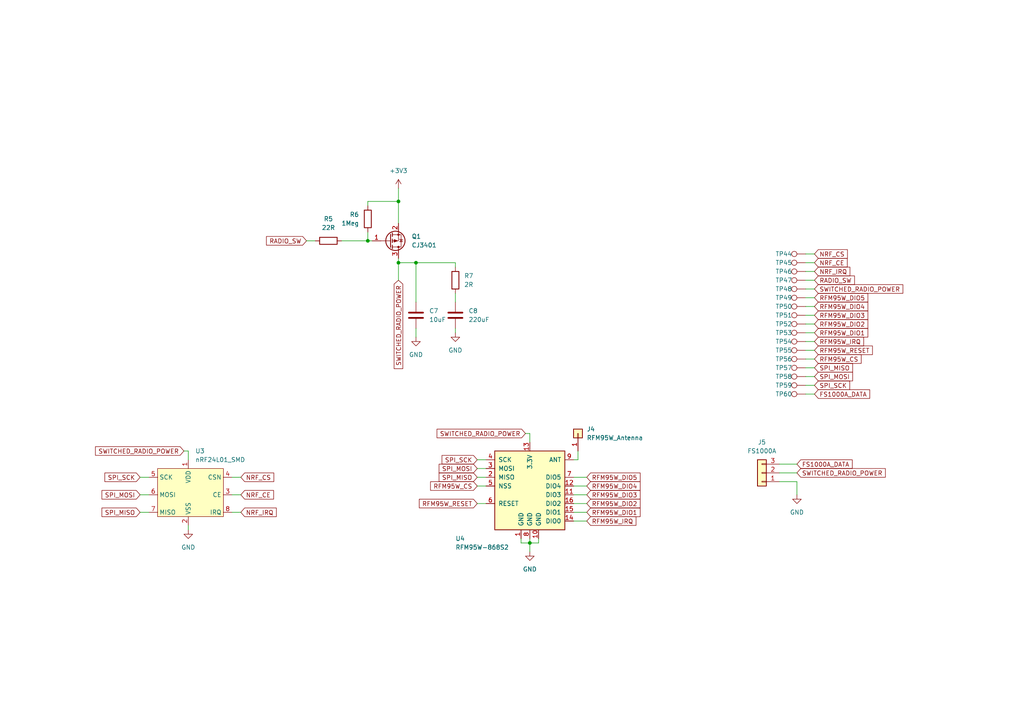
<source format=kicad_sch>
(kicad_sch (version 20230121) (generator eeschema)
  (paper "A4")
  (lib_symbols
    (symbol "Connector:TestPoint" (pin_numbers hide) (pin_names (offset 0.762) hide)
      (property "Reference" "TP" (at 0 6.858 0))
      (property "Value" "TestPoint" (at 0 5.08 0))
      (symbol "TestPoint_0_1"
        (circle (center 0 3.302) (radius 0.762))
      )
      (symbol "TestPoint_1_1"
        (pin passive line (at 0 0 90) (length 2.54) (name "1") (number "1"))
      )
    )
    (symbol "Connector_Generic:Conn_01x01" (pin_names (offset 1.016) hide)
      (property "Reference" "J" (at 0 2.54 0))
      (property "Value" "Conn_01x01" (at 0 -2.54 0))
      (symbol "Conn_01x01_1_1"
        (rectangle (start -1.27 0.127) (end 0 -0.127) (stroke (width 0.1524)))
        (rectangle (start -1.27 1.27) (end 1.27 -1.27) (stroke (width 0.254)) (fill (type background)))
        (pin passive line (at -5.08 0 0) (length 3.81) (name "Pin_1") (number "1"))
      )
    )
    (symbol "Connector_Generic:Conn_01x03" (pin_names (offset 1.016) hide)
      (property "Reference" "J" (at 0 5.08 0))
      (property "Value" "Conn_01x03" (at 0 -5.08 0))
      (symbol "Conn_01x03_1_1"
        (rectangle (start -1.27 -2.413) (end 0 -2.667) (stroke (width 0.1524)))
        (rectangle (start -1.27 0.127) (end 0 -0.127) (stroke (width 0.1524)))
        (rectangle (start -1.27 2.667) (end 0 2.413) (stroke (width 0.1524)))
        (rectangle (start -1.27 3.81) (end 1.27 -3.81) (stroke (width 0.254)) (fill (type background)))
        (pin passive line (at -5.08 2.54 0) (length 3.81) (name "Pin_1") (number "1"))
        (pin passive line (at -5.08 0 0) (length 3.81) (name "Pin_2") (number "2"))
        (pin passive line (at -5.08 -2.54 0) (length 3.81) (name "Pin_3") (number "3"))
      )
    )
    (symbol "Device:C" (pin_numbers hide) (pin_names (offset 0.254))
      (property "Reference" "C" (at 0.635 2.54 0))
      (property "Value" "C" (at 0.635 -2.54 0))
      (symbol "C_0_1"
        (polyline (pts (xy -2.032 -0.762) (xy 2.032 -0.762)) (stroke (width 0.508)))
        (polyline (pts (xy -2.032 0.762) (xy 2.032 0.762)) (stroke (width 0.508)))
      )
      (symbol "C_1_1"
        (pin passive line (at 0 3.81 270) (length 2.794) (name "~") (number "1"))
        (pin passive line (at 0 -3.81 90) (length 2.794) (name "~") (number "2"))
      )
    )
    (symbol "Device:Q_PMOS_GSD" (pin_names (offset 0) hide)
      (property "Reference" "Q" (at 5.08 1.27 0))
      (property "Value" "Q_PMOS_GSD" (at 5.08 -1.27 0))
      (symbol "Q_PMOS_GSD_0_1"
        (polyline (pts (xy 0.254 0) (xy -2.54 0)))
        (polyline (pts (xy 0.254 1.905) (xy 0.254 -1.905)) (stroke (width 0.254)))
        (polyline (pts (xy 0.762 -1.27) (xy 0.762 -2.286)) (stroke (width 0.254)))
        (polyline (pts (xy 0.762 0.508) (xy 0.762 -0.508)) (stroke (width 0.254)))
        (polyline (pts (xy 0.762 2.286) (xy 0.762 1.27)) (stroke (width 0.254)))
        (polyline (pts (xy 2.54 2.54) (xy 2.54 1.778)))
        (polyline (pts (xy 2.54 -2.54) (xy 2.54 0) (xy 0.762 0)))
        (polyline (pts (xy 0.762 1.778) (xy 3.302 1.778) (xy 3.302 -1.778) (xy 0.762 -1.778)))
        (polyline (pts (xy 2.286 0) (xy 1.27 0.381) (xy 1.27 -0.381) (xy 2.286 0)) (fill (type outline)))
        (polyline (pts (xy 2.794 -0.508) (xy 2.921 -0.381) (xy 3.683 -0.381) (xy 3.81 -0.254)))
        (polyline (pts (xy 3.302 -0.381) (xy 2.921 0.254) (xy 3.683 0.254) (xy 3.302 -0.381)))
        (circle (center 1.651 0) (radius 2.794) (stroke (width 0.254)))
        (circle (center 2.54 -1.778) (radius 0.254) (fill (type outline)))
        (circle (center 2.54 1.778) (radius 0.254) (fill (type outline)))
      )
      (symbol "Q_PMOS_GSD_1_1"
        (pin input line (at -5.08 0 0) (length 2.54) (name "G") (number "1"))
        (pin passive line (at 2.54 -5.08 90) (length 2.54) (name "S") (number "2"))
        (pin passive line (at 2.54 5.08 270) (length 2.54) (name "D") (number "3"))
      )
    )
    (symbol "Device:R" (pin_numbers hide) (pin_names (offset 0))
      (property "Reference" "R" (at 2.032 0 90))
      (property "Value" "R" (at 0 0 90))
      (symbol "R_0_1"
        (rectangle (start -1.016 -2.54) (end 1.016 2.54) (stroke (width 0.254)))
      )
      (symbol "R_1_1"
        (pin passive line (at 0 3.81 270) (length 1.27) (name "~") (number "1"))
        (pin passive line (at 0 -3.81 90) (length 1.27) (name "~") (number "2"))
      )
    )
    (symbol "RF_Module:RFM95W-868S2" (pin_names (offset 1.016))
      (property "Reference" "U" (at -10.414 11.684 0))
      (property "Value" "RFM95W-868S2" (at 1.524 11.43 0))
      (symbol "RFM95W-868S2_0_1"
        (rectangle (start -10.16 10.16) (end 10.16 -12.7) (stroke (width 0.254)) (fill (type background)))
      )
      (symbol "RFM95W-868S2_1_1"
        (pin power_in line (at -2.54 -15.24 90) (length 2.54) (name "GND") (number "1"))
        (pin power_in line (at 2.54 -15.24 90) (length 2.54) (name "GND") (number "10"))
        (pin bidirectional line (at 12.7 -2.54 180) (length 2.54) (name "DIO3") (number "11"))
        (pin bidirectional line (at 12.7 0 180) (length 2.54) (name "DIO4") (number "12"))
        (pin power_in line (at 0 12.7 270) (length 2.54) (name "3.3V") (number "13"))
        (pin bidirectional line (at 12.7 -10.16 180) (length 2.54) (name "DIO0") (number "14"))
        (pin bidirectional line (at 12.7 -7.62 180) (length 2.54) (name "DIO1") (number "15"))
        (pin bidirectional line (at 12.7 -5.08 180) (length 2.54) (name "DIO2") (number "16"))
        (pin output line (at -12.7 2.54 0) (length 2.54) (name "MISO") (number "2"))
        (pin input line (at -12.7 5.08 0) (length 2.54) (name "MOSI") (number "3"))
        (pin input line (at -12.7 7.62 0) (length 2.54) (name "SCK") (number "4"))
        (pin input line (at -12.7 0 0) (length 2.54) (name "NSS") (number "5"))
        (pin bidirectional line (at -12.7 -5.08 0) (length 2.54) (name "RESET") (number "6"))
        (pin bidirectional line (at 12.7 2.54 180) (length 2.54) (name "DIO5") (number "7"))
        (pin power_in line (at 0 -15.24 90) (length 2.54) (name "GND") (number "8"))
        (pin bidirectional line (at 12.7 7.62 180) (length 2.54) (name "ANT") (number "9"))
      )
    )
    (symbol "nrf24l01_smd:nRF24L01_SMD"
      (property "Reference" "U" (at 0 20.32 0))
      (property "Value" "nRF24L01_SMD" (at 0 17.78 0))
      (symbol "nRF24L01_SMD_0_1"
        (rectangle (start -8.89 7.62) (end 10.16 -6.35) (fill (type background)))
      )
      (symbol "nRF24L01_SMD_1_1"
        (pin input line (at 0 10.16 270) (length 2.54) (name "VDD") (number "1"))
        (pin input line (at 0 -8.89 90) (length 2.54) (name "VSS") (number "2"))
        (pin input line (at 12.7 0 180) (length 2.54) (name "CE") (number "3"))
        (pin input line (at 12.7 5.08 180) (length 2.54) (name "CSN") (number "4"))
        (pin input line (at -11.43 5.08 0) (length 2.54) (name "SCK") (number "5"))
        (pin input line (at -11.43 0 0) (length 2.54) (name "MOSI") (number "6"))
        (pin input line (at -11.43 -5.08 0) (length 2.54) (name "MISO") (number "7"))
        (pin input line (at 12.7 -5.08 180) (length 2.54) (name "IRQ") (number "8"))
      )
    )
    (symbol "power:+3V3" (power) (pin_names (offset 0))
      (property "Value" "+3V3" (at 0 3.556 0))
      (symbol "+3V3_0_1"
        (polyline (pts (xy -0.762 1.27) (xy 0 2.54)))
        (polyline (pts (xy 0 0) (xy 0 2.54)))
        (polyline (pts (xy 0 2.54) (xy 0.762 1.27)))
      )
      (symbol "+3V3_1_1"
        (pin power_in line (at 0 0 90) (length 0) hide (name "+3V3") (number "1"))
      )
    )
    (symbol "power:GND" (power) (pin_names (offset 0))
      (property "Value" "GND" (at 0 -3.81 0))
      (symbol "GND_0_1"
        (polyline (pts (xy 0 0) (xy 0 -1.27) (xy 1.27 -1.27) (xy 0 -2.54) (xy -1.27 -1.27) (xy 0 -1.27)))
      )
      (symbol "GND_1_1"
        (pin power_in line (at 0 0 270) (length 0) hide (name "GND") (number "1"))
      )
    )
  )
  (junction (at 153.67 157.48))
  (junction (at 115.57 76.2))
  (junction (at 106.68 69.85))
  (junction (at 115.57 58.42))
  (junction (at 120.65 76.2))
  (wire (pts (xy 115.57 54.61) (xy 115.57 58.42)))
  (wire (pts (xy 120.65 76.2) (xy 120.65 87.63)))
  (wire (pts (xy 166.37 143.51) (xy 170.18 143.51)))
  (wire (pts (xy 106.68 69.85) (xy 106.68 67.31)))
  (wire (pts (xy 153.67 157.48) (xy 153.67 160.02)))
  (wire (pts (xy 231.14 139.7) (xy 226.06 139.7)))
  (wire (pts (xy 233.68 114.3) (xy 236.22 114.3)))
  (wire (pts (xy 233.68 91.44) (xy 236.22 91.44)))
  (wire (pts (xy 138.43 138.43) (xy 140.97 138.43)))
  (wire (pts (xy 153.67 125.73) (xy 153.67 128.27)))
  (wire (pts (xy 152.4 125.73) (xy 153.67 125.73)))
  (wire (pts (xy 233.68 101.6) (xy 236.22 101.6)))
  (wire (pts (xy 106.68 58.42) (xy 115.57 58.42)))
  (wire (pts (xy 69.85 148.59) (xy 67.31 148.59)))
  (wire (pts (xy 99.06 69.85) (xy 106.68 69.85)))
  (wire (pts (xy 53.34 130.81) (xy 54.61 130.81)))
  (wire (pts (xy 106.68 59.69) (xy 106.68 58.42)))
  (wire (pts (xy 231.14 143.51) (xy 231.14 139.7)))
  (wire (pts (xy 88.9 69.85) (xy 91.44 69.85)))
  (wire (pts (xy 166.37 140.97) (xy 170.18 140.97)))
  (wire (pts (xy 40.64 148.59) (xy 43.18 148.59)))
  (wire (pts (xy 233.68 83.82) (xy 236.22 83.82)))
  (wire (pts (xy 120.65 95.25) (xy 120.65 97.79)))
  (wire (pts (xy 69.85 138.43) (xy 67.31 138.43)))
  (wire (pts (xy 54.61 152.4) (xy 54.61 153.67)))
  (wire (pts (xy 120.65 76.2) (xy 115.57 76.2)))
  (wire (pts (xy 233.68 96.52) (xy 236.22 96.52)))
  (wire (pts (xy 132.08 95.25) (xy 132.08 96.52)))
  (wire (pts (xy 226.06 134.62) (xy 231.14 134.62)))
  (wire (pts (xy 132.08 77.47) (xy 132.08 76.2)))
  (wire (pts (xy 115.57 76.2) (xy 115.57 81.28)))
  (wire (pts (xy 115.57 58.42) (xy 115.57 64.77)))
  (wire (pts (xy 233.68 93.98) (xy 236.22 93.98)))
  (wire (pts (xy 138.43 140.97) (xy 140.97 140.97)))
  (wire (pts (xy 132.08 76.2) (xy 120.65 76.2)))
  (wire (pts (xy 166.37 148.59) (xy 170.18 148.59)))
  (wire (pts (xy 233.68 78.74) (xy 236.22 78.74)))
  (wire (pts (xy 54.61 130.81) (xy 54.61 133.35)))
  (wire (pts (xy 138.43 133.35) (xy 140.97 133.35)))
  (wire (pts (xy 166.37 133.35) (xy 167.64 133.35)))
  (wire (pts (xy 138.43 146.05) (xy 140.97 146.05)))
  (wire (pts (xy 233.68 111.76) (xy 236.22 111.76)))
  (wire (pts (xy 138.43 135.89) (xy 140.97 135.89)))
  (wire (pts (xy 132.08 85.09) (xy 132.08 87.63)))
  (wire (pts (xy 233.68 86.36) (xy 236.22 86.36)))
  (wire (pts (xy 233.68 104.14) (xy 236.22 104.14)))
  (wire (pts (xy 233.68 81.28) (xy 236.22 81.28)))
  (wire (pts (xy 151.13 156.21) (xy 151.13 157.48)))
  (wire (pts (xy 166.37 146.05) (xy 170.18 146.05)))
  (wire (pts (xy 40.64 143.51) (xy 43.18 143.51)))
  (wire (pts (xy 233.68 88.9) (xy 236.22 88.9)))
  (wire (pts (xy 69.85 143.51) (xy 67.31 143.51)))
  (wire (pts (xy 156.21 156.21) (xy 156.21 157.48)))
  (wire (pts (xy 233.68 99.06) (xy 236.22 99.06)))
  (wire (pts (xy 107.95 69.85) (xy 106.68 69.85)))
  (wire (pts (xy 40.64 138.43) (xy 43.18 138.43)))
  (wire (pts (xy 226.06 137.16) (xy 231.14 137.16)))
  (wire (pts (xy 166.37 151.13) (xy 170.18 151.13)))
  (wire (pts (xy 156.21 157.48) (xy 153.67 157.48)))
  (wire (pts (xy 233.68 73.66) (xy 236.22 73.66)))
  (wire (pts (xy 151.13 157.48) (xy 153.67 157.48)))
  (wire (pts (xy 115.57 74.93) (xy 115.57 76.2)))
  (wire (pts (xy 167.64 133.35) (xy 167.64 130.81)))
  (wire (pts (xy 233.68 109.22) (xy 236.22 109.22)))
  (wire (pts (xy 166.37 138.43) (xy 170.18 138.43)))
  (wire (pts (xy 153.67 156.21) (xy 153.67 157.48)))
  (wire (pts (xy 233.68 106.68) (xy 236.22 106.68)))
  (wire (pts (xy 233.68 76.2) (xy 236.22 76.2)))
  (global_label "SPI_MISO" (shape input) (at 40.64 148.59 180) (property "Intersheetrefs" "${INTERSHEET_REFS}" (effects hide)))
  (global_label "RADIO_SW" (shape input) (at 236.22 81.28 0) (property "Intersheetrefs" "${INTERSHEET_REFS}" (effects hide)))
  (global_label "NRF_IRQ" (shape input) (at 69.85 148.59 0) (property "Intersheetrefs" "${INTERSHEET_REFS}" (effects hide)))
  (global_label "NRF_CS" (shape input) (at 236.22 73.66 0) (property "Intersheetrefs" "${INTERSHEET_REFS}" (effects hide)))
  (global_label "RFM95W_DIO4" (shape input) (at 170.18 140.97 0) (property "Intersheetrefs" "${INTERSHEET_REFS}" (effects hide)))
  (global_label "RFM95W_DIO3" (shape input) (at 170.18 143.51 0) (property "Intersheetrefs" "${INTERSHEET_REFS}" (effects hide)))
  (global_label "FS1000A_DATA" (shape input) (at 236.22 114.3 0) (property "Intersheetrefs" "${INTERSHEET_REFS}" (effects hide)))
  (global_label "RFM95W_CS" (shape input) (at 236.22 104.14 0) (property "Intersheetrefs" "${INTERSHEET_REFS}" (effects hide)))
  (global_label "RFM95W_DIO1" (shape input) (at 236.22 96.52 0) (property "Intersheetrefs" "${INTERSHEET_REFS}" (effects hide)))
  (global_label "RFM95W_IRQ" (shape input) (at 236.22 99.06 0) (property "Intersheetrefs" "${INTERSHEET_REFS}" (effects hide)))
  (global_label "RFM95W_DIO1" (shape input) (at 170.18 148.59 0) (property "Intersheetrefs" "${INTERSHEET_REFS}" (effects hide)))
  (global_label "RFM95W_CS" (shape input) (at 138.43 140.97 180) (property "Intersheetrefs" "${INTERSHEET_REFS}" (effects hide)))
  (global_label "RFM95W_DIO4" (shape input) (at 236.22 88.9 0) (property "Intersheetrefs" "${INTERSHEET_REFS}" (effects hide)))
  (global_label "SWITCHED_RADIO_POWER" (shape input) (at 152.4 125.73 180) (property "Intersheetrefs" "${INTERSHEET_REFS}" (effects hide)))
  (global_label "NRF_CE" (shape input) (at 69.85 143.51 0) (property "Intersheetrefs" "${INTERSHEET_REFS}" (effects hide)))
  (global_label "NRF_CS" (shape input) (at 69.85 138.43 0) (property "Intersheetrefs" "${INTERSHEET_REFS}" (effects hide)))
  (global_label "RFM95W_DIO5" (shape input) (at 170.18 138.43 0) (property "Intersheetrefs" "${INTERSHEET_REFS}" (effects hide)))
  (global_label "SWITCHED_RADIO_POWER" (shape input) (at 53.34 130.81 180) (property "Intersheetrefs" "${INTERSHEET_REFS}" (effects hide)))
  (global_label "RADIO_SW" (shape input) (at 88.9 69.85 180) (property "Intersheetrefs" "${INTERSHEET_REFS}" (effects hide)))
  (global_label "SPI_SCK" (shape input) (at 40.64 138.43 180) (property "Intersheetrefs" "${INTERSHEET_REFS}" (effects hide)))
  (global_label "RFM95W_IRQ" (shape input) (at 170.18 151.13 0) (property "Intersheetrefs" "${INTERSHEET_REFS}" (effects hide)))
  (global_label "SPI_MISO" (shape input) (at 236.22 106.68 0) (property "Intersheetrefs" "${INTERSHEET_REFS}" (effects hide)))
  (global_label "SWITCHED_RADIO_POWER" (shape input) (at 115.57 81.28 270) (property "Intersheetrefs" "${INTERSHEET_REFS}" (effects hide)))
  (global_label "SPI_SCK" (shape input) (at 236.22 111.76 0) (property "Intersheetrefs" "${INTERSHEET_REFS}" (effects hide)))
  (global_label "NRF_IRQ" (shape input) (at 236.22 78.74 0) (property "Intersheetrefs" "${INTERSHEET_REFS}" (effects hide)))
  (global_label "SPI_SCK" (shape input) (at 138.43 133.35 180) (property "Intersheetrefs" "${INTERSHEET_REFS}" (effects hide)))
  (global_label "RFM95W_RESET" (shape input) (at 138.43 146.05 180) (property "Intersheetrefs" "${INTERSHEET_REFS}" (effects hide)))
  (global_label "SWITCHED_RADIO_POWER" (shape input) (at 231.14 137.16 0) (property "Intersheetrefs" "${INTERSHEET_REFS}" (effects hide)))
  (global_label "SPI_MOSI" (shape input) (at 40.64 143.51 180) (property "Intersheetrefs" "${INTERSHEET_REFS}" (effects hide)))
  (global_label "SWITCHED_RADIO_POWER" (shape input) (at 236.22 83.82 0) (property "Intersheetrefs" "${INTERSHEET_REFS}" (effects hide)))
  (global_label "RFM95W_DIO2" (shape input) (at 236.22 93.98 0) (property "Intersheetrefs" "${INTERSHEET_REFS}" (effects hide)))
  (global_label "SPI_MOSI" (shape input) (at 236.22 109.22 0) (property "Intersheetrefs" "${INTERSHEET_REFS}" (effects hide)))
  (global_label "NRF_CE" (shape input) (at 236.22 76.2 0) (property "Intersheetrefs" "${INTERSHEET_REFS}" (effects hide)))
  (global_label "RFM95W_DIO3" (shape input) (at 236.22 91.44 0) (property "Intersheetrefs" "${INTERSHEET_REFS}" (effects hide)))
  (global_label "RFM95W_DIO2" (shape input) (at 170.18 146.05 0) (property "Intersheetrefs" "${INTERSHEET_REFS}" (effects hide)))
  (global_label "SPI_MOSI" (shape input) (at 138.43 135.89 180) (property "Intersheetrefs" "${INTERSHEET_REFS}" (effects hide)))
  (global_label "SPI_MISO" (shape input) (at 138.43 138.43 180) (property "Intersheetrefs" "${INTERSHEET_REFS}" (effects hide)))
  (global_label "FS1000A_DATA" (shape input) (at 231.14 134.62 0) (property "Intersheetrefs" "${INTERSHEET_REFS}" (effects hide)))
  (global_label "RFM95W_RESET" (shape input) (at 236.22 101.6 0) (property "Intersheetrefs" "${INTERSHEET_REFS}" (effects hide)))
  (global_label "RFM95W_DIO5" (shape input) (at 236.22 86.36 0) (property "Intersheetrefs" "${INTERSHEET_REFS}" (effects hide)))
  (symbol (lib_id "Connector_Generic:Conn_01x03") (at 220.98 137.16 180) (unit 1)
    (property "Reference" "J5" (at 220.98 128.27 0))
    (property "Value" "FS1000A" (at 220.98 130.81 0))
    (property "Footprint" "smd_footprint:Conn_01x03" (effects hide))
  )
  (symbol (lib_id "Device:R") (at 132.08 81.28 180) (unit 1)
    (property "Reference" "R7" (at 134.62 80.0099 0) (effects (justify right)))
    (property "Value" "2R" (at 134.62 82.5499 0) (effects (justify right)))
    (property "Footprint" "Resistor_SMD:R_1206_3216Metric" (effects hide))
  )
  (symbol (lib_id "Connector:TestPoint") (at 233.68 86.36 90) (unit 1)
    (property "Reference" "TP49" (at 227.33 86.36 90))
    (property "Value" "TestPoint" (effects hide))
    (property "Footprint" "TestPoint:TestPoint_Pad_D1.0mm" (effects hide))
  )
  (symbol (lib_id "power:GND") (at 120.65 97.79 0) (unit 1)
    (property "Reference" "#PWR024" (effects hide))
    (property "Value" "GND" (at 120.65 102.87 0))
  )
  (symbol (lib_id "Device:C") (at 120.65 91.44 0) (unit 1)
    (property "Reference" "C7" (at 124.46 90.1699 0) (effects (justify left)))
    (property "Value" "10uF" (at 124.46 92.7099 0) (effects (justify left)))
    (property "Footprint" "Capacitor_SMD:C_0805_2012Metric" (effects hide))
  )
  (symbol (lib_id "Connector:TestPoint") (at 233.68 76.2 90) (unit 1)
    (property "Reference" "TP45" (at 227.33 76.2 90))
    (property "Value" "TestPoint" (effects hide))
    (property "Footprint" "TestPoint:TestPoint_Pad_D1.0mm" (effects hide))
  )
  (symbol (lib_id "power:GND") (at 231.14 143.51 0) (unit 1)
    (property "Reference" "#PWR027" (effects hide))
    (property "Value" "GND" (at 231.14 148.59 0))
  )
  (symbol (lib_id "Connector:TestPoint") (at 233.68 99.06 90) (unit 1)
    (property "Reference" "TP54" (at 227.33 99.06 90))
    (property "Value" "TestPoint" (effects hide))
    (property "Footprint" "TestPoint:TestPoint_Pad_D1.0mm" (effects hide))
  )
  (symbol (lib_id "Connector:TestPoint") (at 233.68 93.98 90) (unit 1)
    (property "Reference" "TP52" (at 227.33 93.98 90))
    (property "Value" "TestPoint" (effects hide))
    (property "Footprint" "TestPoint:TestPoint_Pad_D1.0mm" (effects hide))
  )
  (symbol (lib_id "Connector:TestPoint") (at 233.68 91.44 90) (unit 1)
    (property "Reference" "TP51" (at 227.33 91.44 90))
    (property "Value" "TestPoint" (effects hide))
    (property "Footprint" "TestPoint:TestPoint_Pad_D1.0mm" (effects hide))
  )
  (symbol (lib_id "Connector:TestPoint") (at 233.68 109.22 90) (unit 1)
    (property "Reference" "TP58" (at 227.33 109.22 90))
    (property "Value" "TestPoint" (effects hide))
    (property "Footprint" "TestPoint:TestPoint_Pad_D1.0mm" (effects hide))
  )
  (symbol (lib_id "Device:R") (at 106.68 63.5 180) (unit 1)
    (property "Reference" "R6" (at 104.14 62.2299 0) (effects (justify left)))
    (property "Value" "1Meg" (at 104.14 64.7699 0) (effects (justify left)))
    (property "Footprint" "Resistor_SMD:R_0805_2012Metric" (effects hide))
  )
  (symbol (lib_id "power:GND") (at 153.67 160.02 0) (unit 1)
    (property "Reference" "#PWR026" (effects hide))
    (property "Value" "GND" (at 153.67 165.1 0))
  )
  (symbol (lib_id "Connector_Generic:Conn_01x01") (at 167.64 125.73 90) (unit 1)
    (property "Reference" "J4" (at 170.18 124.4599 90) (effects (justify right)))
    (property "Value" "RFM95W_Antenna" (at 170.18 126.9999 90) (effects (justify right)))
    (property "Footprint" "smd_footprint:Conn_01x01" (effects hide))
  )
  (symbol (lib_id "power:GND") (at 132.08 96.52 0) (unit 1)
    (property "Reference" "#PWR025" (effects hide))
    (property "Value" "GND" (at 132.08 101.6 0))
  )
  (symbol (lib_id "RF_Module:RFM95W-868S2") (at 153.67 140.97 0) (unit 1)
    (property "Reference" "U4" (at 132.08 156.21 0) (effects (justify left)))
    (property "Value" "RFM95W-868S2" (at 132.08 158.75 0) (effects (justify left)))
    (property "Footprint" "RF_Module:HOPERF_RFM9XW_SMD" (effects hide))
    (property "Datasheet" "https://www.hoperf.com/data/upload/portal/20181127/5bfcbea20e9ef.pdf" (effects hide))
  )
  (symbol (lib_id "Device:Q_PMOS_GSD") (at 113.03 69.85 0) (mirror x) (unit 1)
    (property "Reference" "Q1" (at 119.38 68.5799 0) (effects (justify left)))
    (property "Value" "CJ3401" (at 119.38 71.1199 0) (effects (justify left)))
    (property "Footprint" "Package_TO_SOT_SMD:SOT-23" (effects hide))
  )
  (symbol (lib_id "Device:C") (at 132.08 91.44 0) (unit 1)
    (property "Reference" "C8" (at 135.89 90.1699 0) (effects (justify left)))
    (property "Value" "220uF" (at 135.89 92.7099 0) (effects (justify left)))
    (property "Footprint" "Capacitor_THT:C_Radial_D6.3mm_H11.0mm_P2.50mm" (effects hide))
  )
  (symbol (lib_id "Connector:TestPoint") (at 233.68 106.68 90) (unit 1)
    (property "Reference" "TP57" (at 227.33 106.68 90))
    (property "Value" "TestPoint" (effects hide))
    (property "Footprint" "TestPoint:TestPoint_Pad_D1.0mm" (effects hide))
  )
  (symbol (lib_id "power:GND") (at 54.61 153.67 0) (unit 1)
    (property "Reference" "#PWR022" (effects hide))
    (property "Value" "GND" (at 54.61 158.75 0))
  )
  (symbol (lib_id "Connector:TestPoint") (at 233.68 81.28 90) (unit 1)
    (property "Reference" "TP47" (at 227.33 81.28 90))
    (property "Value" "TestPoint" (effects hide))
    (property "Footprint" "TestPoint:TestPoint_Pad_D1.0mm" (effects hide))
  )
  (symbol (lib_id "Connector:TestPoint") (at 233.68 88.9 90) (unit 1)
    (property "Reference" "TP50" (at 227.33 88.9 90))
    (property "Value" "TestPoint" (effects hide))
    (property "Footprint" "TestPoint:TestPoint_Pad_D1.0mm" (effects hide))
  )
  (symbol (lib_id "Connector:TestPoint") (at 233.68 78.74 90) (unit 1)
    (property "Reference" "TP46" (at 227.33 78.74 90))
    (property "Value" "TestPoint" (effects hide))
    (property "Footprint" "TestPoint:TestPoint_Pad_D1.0mm" (effects hide))
  )
  (symbol (lib_id "Connector:TestPoint") (at 233.68 114.3 90) (unit 1)
    (property "Reference" "TP60" (at 227.33 114.3 90))
    (property "Value" "TestPoint" (effects hide))
    (property "Footprint" "TestPoint:TestPoint_Pad_D1.0mm" (effects hide))
  )
  (symbol (lib_id "nrf24l01_smd:nRF24L01_SMD") (at 54.61 143.51 0) (unit 1)
    (property "Reference" "U3" (at 56.6294 130.81 0) (effects (justify left)))
    (property "Value" "nRF24L01_SMD" (at 56.6294 133.35 0) (effects (justify left)))
    (property "Footprint" "nRF24L01_SMD:nRF24L01_SMD" (effects hide))
  )
  (symbol (lib_id "Connector:TestPoint") (at 233.68 104.14 90) (unit 1)
    (property "Reference" "TP56" (at 227.33 104.14 90))
    (property "Value" "TestPoint" (effects hide))
    (property "Footprint" "TestPoint:TestPoint_Pad_D1.0mm" (effects hide))
  )
  (symbol (lib_id "Connector:TestPoint") (at 233.68 73.66 90) (unit 1)
    (property "Reference" "TP44" (at 227.33 73.66 90))
    (property "Value" "TestPoint" (effects hide))
    (property "Footprint" "TestPoint:TestPoint_Pad_D1.0mm" (effects hide))
  )
  (symbol (lib_id "Connector:TestPoint") (at 233.68 83.82 90) (unit 1)
    (property "Reference" "TP48" (at 227.33 83.82 90))
    (property "Value" "TestPoint" (effects hide))
    (property "Footprint" "TestPoint:TestPoint_Pad_D1.0mm" (effects hide))
  )
  (symbol (lib_id "power:+3V3") (at 115.57 54.61 0) (unit 1)
    (property "Reference" "#PWR023" (effects hide))
    (property "Value" "+3V3" (at 115.57 49.53 0))
  )
  (symbol (lib_id "Connector:TestPoint") (at 233.68 96.52 90) (unit 1)
    (property "Reference" "TP53" (at 227.33 96.52 90))
    (property "Value" "TestPoint" (effects hide))
    (property "Footprint" "TestPoint:TestPoint_Pad_D1.0mm" (effects hide))
  )
  (symbol (lib_id "Connector:TestPoint") (at 233.68 111.76 90) (unit 1)
    (property "Reference" "TP59" (at 227.33 111.76 90))
    (property "Value" "TestPoint" (effects hide))
    (property "Footprint" "TestPoint:TestPoint_Pad_D1.0mm" (effects hide))
  )
  (symbol (lib_id "Connector:TestPoint") (at 233.68 101.6 90) (unit 1)
    (property "Reference" "TP55" (at 227.33 101.6 90))
    (property "Value" "TestPoint" (effects hide))
    (property "Footprint" "TestPoint:TestPoint_Pad_D1.0mm" (effects hide))
  )
  (symbol (lib_id "Device:R") (at 95.25 69.85 270) (unit 1)
    (property "Reference" "R5" (at 95.25 63.5 90))
    (property "Value" "22R" (at 95.25 66.04 90))
    (property "Footprint" "Resistor_SMD:R_0805_2012Metric" (effects hide))
  )
)
</source>
